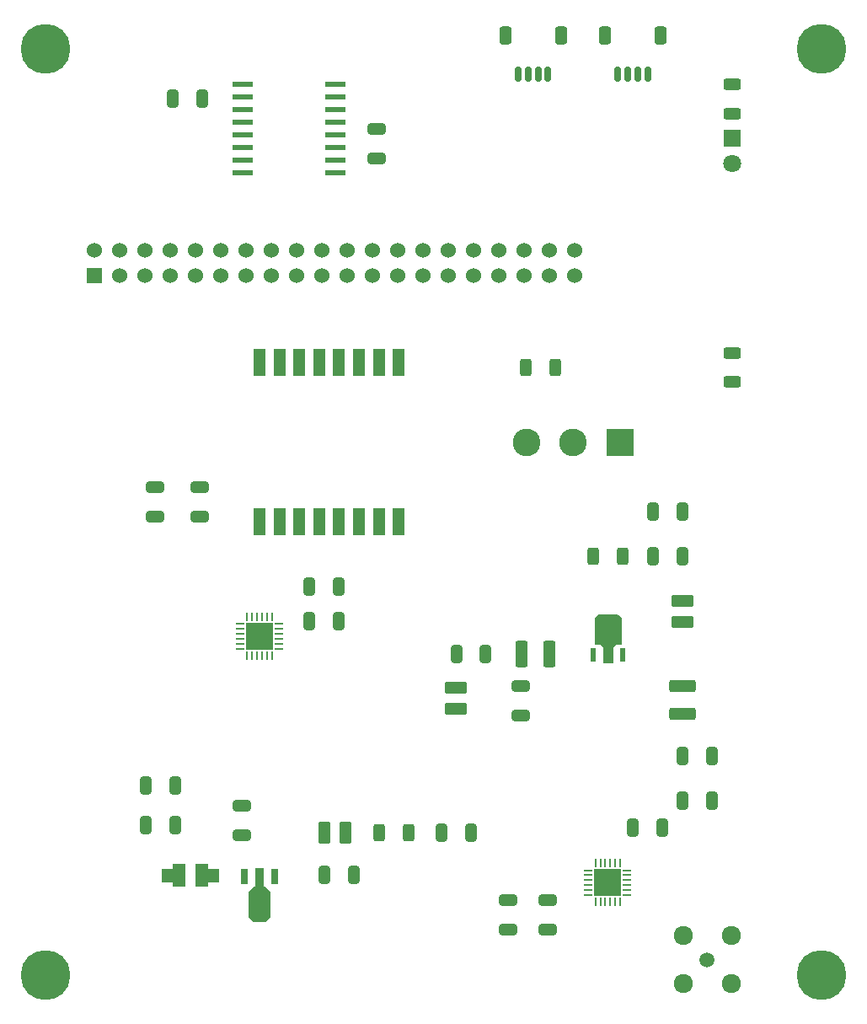
<source format=gbr>
%TF.GenerationSoftware,KiCad,Pcbnew,(6.0.7)*%
%TF.CreationDate,2022-12-07T20:14:59-06:00*%
%TF.ProjectId,Narwal_v1,4e617277-616c-45f7-9631-2e6b69636164,1*%
%TF.SameCoordinates,Original*%
%TF.FileFunction,Soldermask,Top*%
%TF.FilePolarity,Negative*%
%FSLAX46Y46*%
G04 Gerber Fmt 4.6, Leading zero omitted, Abs format (unit mm)*
G04 Created by KiCad (PCBNEW (6.0.7)) date 2022-12-07 20:14:59*
%MOMM*%
%LPD*%
G01*
G04 APERTURE LIST*
G04 Aperture macros list*
%AMRoundRect*
0 Rectangle with rounded corners*
0 $1 Rounding radius*
0 $2 $3 $4 $5 $6 $7 $8 $9 X,Y pos of 4 corners*
0 Add a 4 corners polygon primitive as box body*
4,1,4,$2,$3,$4,$5,$6,$7,$8,$9,$2,$3,0*
0 Add four circle primitives for the rounded corners*
1,1,$1+$1,$2,$3*
1,1,$1+$1,$4,$5*
1,1,$1+$1,$6,$7*
1,1,$1+$1,$8,$9*
0 Add four rect primitives between the rounded corners*
20,1,$1+$1,$2,$3,$4,$5,0*
20,1,$1+$1,$4,$5,$6,$7,0*
20,1,$1+$1,$6,$7,$8,$9,0*
20,1,$1+$1,$8,$9,$2,$3,0*%
%AMFreePoly0*
4,1,11,0.965200,2.159000,0.965200,-0.254000,0.457200,-0.762000,0.457200,-2.667000,-0.457200,-2.667000,-0.457200,-0.762000,-0.965200,-0.254000,-0.965200,2.159000,-0.457200,2.667000,0.457200,2.667000,0.965200,2.159000,0.965200,2.159000,$1*%
G04 Aperture macros list end*
%ADD10C,0.010000*%
%ADD11C,1.800000*%
%ADD12R,1.800000X1.800000*%
%ADD13C,2.775000*%
%ADD14R,2.775000X2.775000*%
%ADD15RoundRect,0.250000X-0.625000X0.312500X-0.625000X-0.312500X0.625000X-0.312500X0.625000X0.312500X0*%
%ADD16RoundRect,0.250000X0.312500X0.625000X-0.312500X0.625000X-0.312500X-0.625000X0.312500X-0.625000X0*%
%ADD17C,5.000000*%
%ADD18RoundRect,0.250000X-0.850000X0.375000X-0.850000X-0.375000X0.850000X-0.375000X0.850000X0.375000X0*%
%ADD19RoundRect,0.250000X0.650000X-0.325000X0.650000X0.325000X-0.650000X0.325000X-0.650000X-0.325000X0*%
%ADD20RoundRect,0.250000X-0.375000X-1.075000X0.375000X-1.075000X0.375000X1.075000X-0.375000X1.075000X0*%
%ADD21R,2.700000X2.700000*%
%ADD22R,0.250000X0.850000*%
%ADD23R,0.850000X0.250000*%
%ADD24RoundRect,0.250000X-0.325000X-0.650000X0.325000X-0.650000X0.325000X0.650000X-0.325000X0.650000X0*%
%ADD25RoundRect,0.250000X0.350000X0.650000X-0.350000X0.650000X-0.350000X-0.650000X0.350000X-0.650000X0*%
%ADD26RoundRect,0.150000X0.150000X0.625000X-0.150000X0.625000X-0.150000X-0.625000X0.150000X-0.625000X0*%
%ADD27C,1.524000*%
%ADD28R,1.524000X1.524000*%
%ADD29RoundRect,0.250000X-0.650000X0.325000X-0.650000X-0.325000X0.650000X-0.325000X0.650000X0.325000X0*%
%ADD30R,0.610000X1.350000*%
%ADD31RoundRect,0.041300X-0.983700X-0.253700X0.983700X-0.253700X0.983700X0.253700X-0.983700X0.253700X0*%
%ADD32RoundRect,0.250000X0.325000X0.650000X-0.325000X0.650000X-0.325000X-0.650000X0.325000X-0.650000X0*%
%ADD33C,1.920000*%
%ADD34C,1.508000*%
%ADD35RoundRect,0.250000X-0.312500X-0.625000X0.312500X-0.625000X0.312500X0.625000X-0.312500X0.625000X0*%
%ADD36R,1.200000X2.800000*%
%ADD37RoundRect,0.250000X-1.075000X0.375000X-1.075000X-0.375000X1.075000X-0.375000X1.075000X0.375000X0*%
%ADD38RoundRect,0.250000X0.625000X-0.312500X0.625000X0.312500X-0.625000X0.312500X-0.625000X-0.312500X0*%
%ADD39RoundRect,0.250000X-0.375000X-0.850000X0.375000X-0.850000X0.375000X0.850000X-0.375000X0.850000X0*%
%ADD40R,0.711200X1.498600*%
%ADD41FreePoly0,180.000000*%
G04 APERTURE END LIST*
%TO.C,L5*%
G36*
X119750000Y-135900000D02*
G01*
X120850000Y-135900000D01*
X120850000Y-137100000D01*
X119750000Y-137100000D01*
X119750000Y-137600000D01*
X118550000Y-137600000D01*
X118550000Y-135400000D01*
X119750000Y-135400000D01*
X119750000Y-135900000D01*
G37*
D10*
X119750000Y-135900000D02*
X120850000Y-135900000D01*
X120850000Y-137100000D01*
X119750000Y-137100000D01*
X119750000Y-137600000D01*
X118550000Y-137600000D01*
X118550000Y-135400000D01*
X119750000Y-135400000D01*
X119750000Y-135900000D01*
G36*
X117450000Y-137600000D02*
G01*
X116250000Y-137600000D01*
X116250000Y-137100000D01*
X115150000Y-137100000D01*
X115150000Y-135900000D01*
X116250000Y-135900000D01*
X116250000Y-135400000D01*
X117450000Y-135400000D01*
X117450000Y-137600000D01*
G37*
X117450000Y-137600000D02*
X116250000Y-137600000D01*
X116250000Y-137100000D01*
X115150000Y-137100000D01*
X115150000Y-135900000D01*
X116250000Y-135900000D01*
X116250000Y-135400000D01*
X117450000Y-135400000D01*
X117450000Y-137600000D01*
%TO.C,U4*%
G36*
X161292500Y-110633830D02*
G01*
X161292500Y-113294000D01*
X160824269Y-113294000D01*
X160492500Y-113627330D01*
X160492500Y-115169000D01*
X159512500Y-115169000D01*
X159512500Y-113627330D01*
X159180731Y-113294000D01*
X158712500Y-113294000D01*
X158712500Y-110633830D01*
X159075131Y-110274000D01*
X160929869Y-110274000D01*
X161292500Y-110633830D01*
G37*
X161292500Y-110633830D02*
X161292500Y-113294000D01*
X160824269Y-113294000D01*
X160492500Y-113627330D01*
X160492500Y-115169000D01*
X159512500Y-115169000D01*
X159512500Y-113627330D01*
X159180731Y-113294000D01*
X158712500Y-113294000D01*
X158712500Y-110633830D01*
X159075131Y-110274000D01*
X160929869Y-110274000D01*
X161292500Y-110633830D01*
%TO.C,U6*%
G36*
X126092200Y-138195200D02*
G01*
X126092200Y-140735200D01*
X125584200Y-141243200D01*
X124441200Y-141243200D01*
X123933200Y-140735200D01*
X123933200Y-138195200D01*
X124441200Y-137687200D01*
X125584200Y-137687200D01*
X126092200Y-138195200D01*
G37*
%TD*%
D11*
%TO.C,D1*%
X172500000Y-65040000D03*
D12*
X172500000Y-62500000D03*
%TD*%
D13*
%TO.C,S1*%
X156500000Y-93000000D03*
D14*
X161200000Y-93000000D03*
D13*
X151800000Y-93000000D03*
%TD*%
D15*
%TO.C,R2*%
X172500000Y-86962500D03*
X172500000Y-84037500D03*
%TD*%
D16*
%TO.C,R1*%
X154712500Y-85500000D03*
X151787500Y-85500000D03*
%TD*%
D17*
%TO.C,H4*%
X103500000Y-146500000D03*
%TD*%
%TO.C,H3*%
X181500000Y-146500000D03*
%TD*%
%TO.C,H2*%
X181500000Y-53500000D03*
%TD*%
%TO.C,H1*%
X103500000Y-53500000D03*
%TD*%
D18*
%TO.C,L4*%
X144750000Y-119825000D03*
X144750000Y-117675000D03*
%TD*%
D19*
%TO.C,C17*%
X123250000Y-129525000D03*
X123250000Y-132475000D03*
%TD*%
D16*
%TO.C,R3*%
X158537500Y-104500000D03*
X161462500Y-104500000D03*
%TD*%
D20*
%TO.C,L2*%
X154150000Y-114250000D03*
X151350000Y-114250000D03*
%TD*%
D21*
%TO.C,U5*%
X160000000Y-137250000D03*
D22*
X161250000Y-139200000D03*
X160750000Y-139200000D03*
X160250000Y-139200000D03*
X159750000Y-139200000D03*
X159250000Y-139200000D03*
X158750000Y-139200000D03*
D23*
X158050000Y-138500000D03*
X158050000Y-138000000D03*
X158050000Y-137500000D03*
X158050000Y-137000000D03*
X158050000Y-136500000D03*
X158050000Y-136000000D03*
D22*
X158750000Y-135300000D03*
X159250000Y-135300000D03*
X159750000Y-135300000D03*
X160250000Y-135300000D03*
X160750000Y-135300000D03*
X161250000Y-135300000D03*
D23*
X161950000Y-136000000D03*
X161950000Y-136500000D03*
X161950000Y-137000000D03*
X161950000Y-137500000D03*
X161950000Y-138000000D03*
X161950000Y-138500000D03*
%TD*%
D24*
%TO.C,C10*%
X170450000Y-124500000D03*
X167500000Y-124500000D03*
%TD*%
D25*
%TO.C,J2*%
X165300000Y-52125000D03*
X159700000Y-52125000D03*
D26*
X161000000Y-56000000D03*
X162000000Y-56000000D03*
X163000000Y-56000000D03*
X164000000Y-56000000D03*
%TD*%
D18*
%TO.C,L1*%
X167500000Y-111075000D03*
X167500000Y-108925000D03*
%TD*%
D27*
%TO.C,A1*%
X156630000Y-73730000D03*
X156630000Y-76270000D03*
X154090000Y-73730000D03*
X154090000Y-76270000D03*
X151550000Y-73730000D03*
X151550000Y-76270000D03*
X149010000Y-73730000D03*
X149010000Y-76270000D03*
X146470000Y-73730000D03*
X146470000Y-76270000D03*
X143930000Y-73730000D03*
X143930000Y-76270000D03*
X141390000Y-73730000D03*
X141390000Y-76270000D03*
X138850000Y-73730000D03*
X138850000Y-76270000D03*
X136310000Y-73730000D03*
X136310000Y-76270000D03*
X133770000Y-73730000D03*
X133770000Y-76270000D03*
X131230000Y-73730000D03*
X131230000Y-76270000D03*
X128690000Y-73730000D03*
X128690000Y-76270000D03*
X126150000Y-73730000D03*
X126150000Y-76270000D03*
X123610000Y-73730000D03*
X123610000Y-76270000D03*
X121070000Y-73730000D03*
X121070000Y-76270000D03*
X118530000Y-73730000D03*
X118530000Y-76270000D03*
X115990000Y-73730000D03*
X115990000Y-76270000D03*
X113450000Y-73730000D03*
X113450000Y-76270000D03*
X110910000Y-73730000D03*
X110910000Y-76270000D03*
X108370000Y-73730000D03*
D28*
X108370000Y-76270000D03*
%TD*%
D29*
%TO.C,C19*%
X154000000Y-141950000D03*
X154000000Y-139000000D03*
%TD*%
D30*
%TO.C,U4*%
X161497500Y-114394000D03*
X158507500Y-114394000D03*
%TD*%
D29*
%TO.C,C20*%
X150000000Y-141950000D03*
X150000000Y-139000000D03*
%TD*%
D24*
%TO.C,C13*%
X132975000Y-107500000D03*
X130025000Y-107500000D03*
%TD*%
D19*
%TO.C,C3*%
X119000000Y-97525000D03*
X119000000Y-100475000D03*
%TD*%
D24*
%TO.C,C12*%
X132975000Y-111000000D03*
X130025000Y-111000000D03*
%TD*%
%TO.C,C4*%
X119225000Y-58500000D03*
X116275000Y-58500000D03*
%TD*%
D31*
%TO.C,U2*%
X132655000Y-57055000D03*
X132655000Y-58325000D03*
X132655000Y-59595000D03*
X132655000Y-60865000D03*
X132655000Y-62135000D03*
X132655000Y-63405000D03*
X132655000Y-64675000D03*
X132655000Y-65945000D03*
X123345000Y-65945000D03*
X123345000Y-64675000D03*
X123345000Y-63405000D03*
X123345000Y-62135000D03*
X123345000Y-60865000D03*
X123345000Y-59595000D03*
X123345000Y-58325000D03*
X123345000Y-57055000D03*
%TD*%
D24*
%TO.C,C18*%
X146225000Y-132250000D03*
X143275000Y-132250000D03*
%TD*%
%TO.C,C7*%
X147725000Y-114250000D03*
X144775000Y-114250000D03*
%TD*%
D29*
%TO.C,C2*%
X136775000Y-64475000D03*
X136775000Y-61525000D03*
%TD*%
D32*
%TO.C,C16*%
X131500000Y-136500000D03*
X134450000Y-136500000D03*
%TD*%
%TO.C,C14*%
X113550000Y-127500000D03*
X116500000Y-127500000D03*
%TD*%
%TO.C,C5*%
X164550000Y-100000000D03*
X167500000Y-100000000D03*
%TD*%
D33*
%TO.C,J3*%
X172400000Y-142600000D03*
X172400000Y-147400000D03*
X167600000Y-147400000D03*
X167600000Y-142600000D03*
D34*
X170000000Y-145000000D03*
%TD*%
D35*
%TO.C,R5*%
X139962500Y-132250000D03*
X137037500Y-132250000D03*
%TD*%
D19*
%TO.C,C1*%
X114500000Y-97525000D03*
X114500000Y-100475000D03*
%TD*%
D36*
%TO.C,U1*%
X139000000Y-101000000D03*
X137000000Y-101000000D03*
X135000000Y-101000000D03*
X133000000Y-101000000D03*
X131000000Y-101000000D03*
X129000000Y-101000000D03*
X127000000Y-101000000D03*
X125000000Y-101000000D03*
X125000000Y-85000000D03*
X127000000Y-85000000D03*
X129000000Y-85000000D03*
X131000000Y-85000000D03*
X133000000Y-85000000D03*
X135000000Y-85000000D03*
X137000000Y-85000000D03*
X139000000Y-85000000D03*
%TD*%
D37*
%TO.C,L3*%
X167500000Y-120300000D03*
X167500000Y-117500000D03*
%TD*%
D32*
%TO.C,C8*%
X162525000Y-131750000D03*
X165475000Y-131750000D03*
%TD*%
D38*
%TO.C,R4*%
X172500000Y-57075000D03*
X172500000Y-60000000D03*
%TD*%
D39*
%TO.C,L6*%
X133650000Y-132250000D03*
X131500000Y-132250000D03*
%TD*%
D29*
%TO.C,C9*%
X151250000Y-120475000D03*
X151250000Y-117525000D03*
%TD*%
D32*
%TO.C,C15*%
X113550000Y-131500000D03*
X116500000Y-131500000D03*
%TD*%
%TO.C,C6*%
X164550000Y-104500000D03*
X167500000Y-104500000D03*
%TD*%
D21*
%TO.C,U3*%
X125000000Y-112500000D03*
D22*
X123750000Y-110550000D03*
X124250000Y-110550000D03*
X124750000Y-110550000D03*
X125250000Y-110550000D03*
X125750000Y-110550000D03*
X126250000Y-110550000D03*
D23*
X126950000Y-111250000D03*
X126950000Y-111750000D03*
X126950000Y-112250000D03*
X126950000Y-112750000D03*
X126950000Y-113250000D03*
X126950000Y-113750000D03*
D22*
X126250000Y-114450000D03*
X125750000Y-114450000D03*
X125250000Y-114450000D03*
X124750000Y-114450000D03*
X124250000Y-114450000D03*
X123750000Y-114450000D03*
D23*
X123050000Y-113750000D03*
X123050000Y-113250000D03*
X123050000Y-112750000D03*
X123050000Y-112250000D03*
X123050000Y-111750000D03*
X123050000Y-111250000D03*
%TD*%
D24*
%TO.C,C11*%
X170450000Y-129000000D03*
X167500000Y-129000000D03*
%TD*%
D40*
%TO.C,U6*%
X123501400Y-136595000D03*
D41*
X125000000Y-138500000D03*
D40*
X126498600Y-136595000D03*
%TD*%
D25*
%TO.C,J1*%
X149700000Y-52125000D03*
X155300000Y-52125000D03*
D26*
X151000000Y-56000000D03*
X152000000Y-56000000D03*
X153000000Y-56000000D03*
X154000000Y-56000000D03*
%TD*%
M02*

</source>
